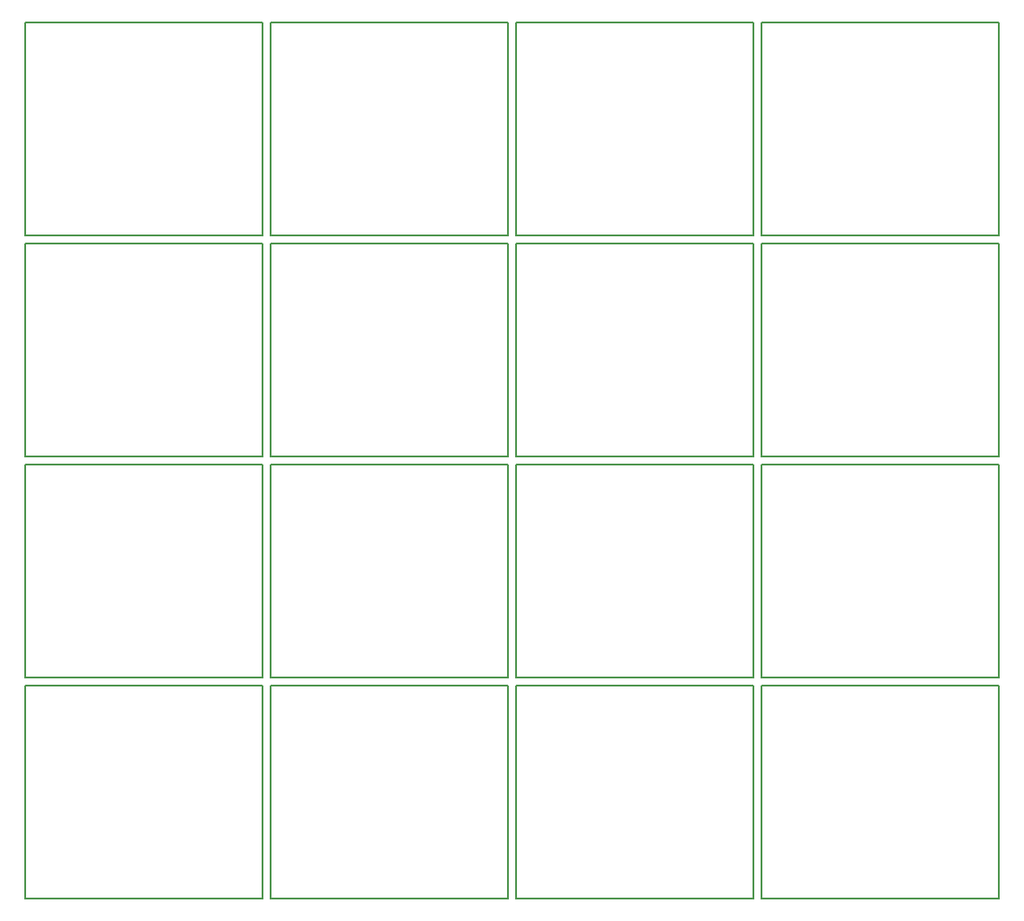
<source format=gbr>
G04 #@! TF.GenerationSoftware,KiCad,Pcbnew,5.1.6-c6e7f7d~86~ubuntu19.10.1*
G04 #@! TF.CreationDate,2021-03-24T16:57:24+01:00*
G04 #@! TF.ProjectId,ESP_12F,4553505f-3132-4462-9e6b-696361645f70,rev?*
G04 #@! TF.SameCoordinates,Original*
G04 #@! TF.FileFunction,Profile,NP*
%FSLAX46Y46*%
G04 Gerber Fmt 4.6, Leading zero omitted, Abs format (unit mm)*
G04 Created by KiCad (PCBNEW 5.1.6-c6e7f7d~86~ubuntu19.10.1) date 2021-03-24 16:57:24*
%MOMM*%
%LPD*%
G01*
G04 APERTURE LIST*
G04 #@! TA.AperFunction,Profile*
%ADD10C,0.150000*%
G04 #@! TD*
G04 APERTURE END LIST*
D10*
X185928000Y-138430000D02*
X208280000Y-138430000D01*
X162814000Y-75946000D02*
X185166000Y-75946000D01*
X185928000Y-117602000D02*
X208280000Y-117602000D01*
X185166000Y-117602000D02*
X185166000Y-97536000D01*
X162814000Y-76708000D02*
X162814000Y-96774000D01*
X185928000Y-75946000D02*
X208280000Y-75946000D01*
X185166000Y-138430000D02*
X185166000Y-118364000D01*
X185928000Y-76708000D02*
X185928000Y-96774000D01*
X208280000Y-75946000D02*
X208280000Y-55880000D01*
X185928000Y-118364000D02*
X185928000Y-138430000D01*
X208280000Y-76708000D02*
X185928000Y-76708000D01*
X162814000Y-118364000D02*
X162814000Y-138430000D01*
X185928000Y-55880000D02*
X185928000Y-75946000D01*
X162814000Y-117602000D02*
X185166000Y-117602000D01*
X185166000Y-118364000D02*
X162814000Y-118364000D01*
X185166000Y-76708000D02*
X162814000Y-76708000D01*
X208280000Y-118364000D02*
X185928000Y-118364000D01*
X185928000Y-97536000D02*
X185928000Y-117602000D01*
X208280000Y-97536000D02*
X185928000Y-97536000D01*
X185166000Y-97536000D02*
X162814000Y-97536000D01*
X162814000Y-97536000D02*
X162814000Y-117602000D01*
X185166000Y-55880000D02*
X162814000Y-55880000D01*
X208280000Y-138430000D02*
X208280000Y-118364000D01*
X185166000Y-75946000D02*
X185166000Y-55880000D01*
X185928000Y-96774000D02*
X208280000Y-96774000D01*
X162814000Y-138430000D02*
X185166000Y-138430000D01*
X208280000Y-55880000D02*
X185928000Y-55880000D01*
X162814000Y-55880000D02*
X162814000Y-75946000D01*
X208280000Y-96774000D02*
X208280000Y-76708000D01*
X162814000Y-96774000D02*
X185166000Y-96774000D01*
X208280000Y-117602000D02*
X208280000Y-97536000D01*
X185166000Y-96774000D02*
X185166000Y-76708000D01*
X209042000Y-117602000D02*
X231394000Y-117602000D01*
X209042000Y-118364000D02*
X209042000Y-138430000D01*
X232156000Y-117602000D02*
X254508000Y-117602000D01*
X232156000Y-118364000D02*
X232156000Y-138430000D01*
X254508000Y-117602000D02*
X254508000Y-97536000D01*
X254508000Y-118364000D02*
X232156000Y-118364000D01*
X232156000Y-97536000D02*
X232156000Y-117602000D01*
X231394000Y-118364000D02*
X209042000Y-118364000D01*
X231394000Y-97536000D02*
X209042000Y-97536000D01*
X231394000Y-117602000D02*
X231394000Y-97536000D01*
X232156000Y-138430000D02*
X254508000Y-138430000D01*
X254508000Y-97536000D02*
X232156000Y-97536000D01*
X209042000Y-97536000D02*
X209042000Y-117602000D01*
X254508000Y-138430000D02*
X254508000Y-118364000D01*
X209042000Y-138430000D02*
X231394000Y-138430000D01*
X231394000Y-138430000D02*
X231394000Y-118364000D01*
X209042000Y-96774000D02*
X231394000Y-96774000D01*
X232156000Y-96774000D02*
X254508000Y-96774000D01*
X254508000Y-96774000D02*
X254508000Y-76708000D01*
X232156000Y-76708000D02*
X232156000Y-96774000D01*
X231394000Y-76708000D02*
X209042000Y-76708000D01*
X231394000Y-96774000D02*
X231394000Y-76708000D01*
X254508000Y-76708000D02*
X232156000Y-76708000D01*
X209042000Y-76708000D02*
X209042000Y-96774000D01*
X209042000Y-75946000D02*
X231394000Y-75946000D01*
X231394000Y-75946000D02*
X231394000Y-55880000D01*
X209042000Y-55880000D02*
X209042000Y-75946000D01*
X231394000Y-55880000D02*
X209042000Y-55880000D01*
X254508000Y-75946000D02*
X254508000Y-55880000D01*
X232156000Y-75946000D02*
X254508000Y-75946000D01*
X232156000Y-55880000D02*
X232156000Y-75946000D01*
X254508000Y-55880000D02*
X232156000Y-55880000D01*
M02*

</source>
